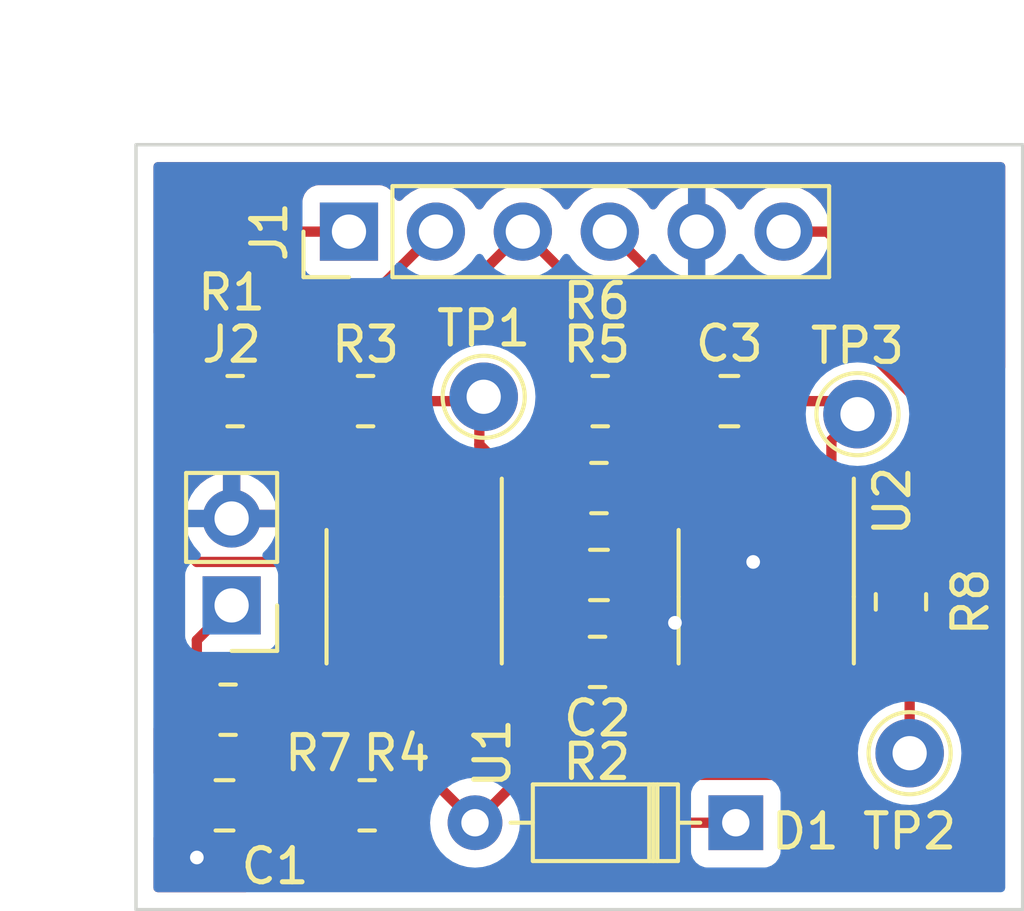
<source format=kicad_pcb>
(kicad_pcb (version 20211014) (generator pcbnew)
  (layers (0 "F.Cu" signal) (31 "B.Cu" signal) (34 "B.Paste" user) (35 "F.Paste" user) (36 "B.SilkS" user "B.Silkscreen") (37 "F.SilkS" user "F.Silkscreen") (38 "B.Mask" user) (39 "F.Mask" user) (44 "Edge.Cuts" user))
  (net 0 "")
  (net 1 "Net-(C1-Pad1)")
  (net 2 "GND")
  (net 3 "Net-(C2-Pad1)")
  (net 4 "/filter out")
  (net 5 "Net-(C3-Pad1)")
  (net 6 "Net-(C3-Pad2)")
  (net 7 "Net-(D1-Pad1)")
  (net 8 "/vco out")
  (net 9 "/filter in")
  (net 10 "/V+")
  (net 11 "/V-")
  (net 12 "/vco in")
  (net 13 "Net-(R1-Pad2)")
  (net 14 "Net-(R3-Pad1)")
  (net 15 "Net-(R3-Pad2)")
  (footprint "Resistor_SMD:R_0805_2012Metric" (layer "F.Cu") (at 140.8195 75.565)
    (fp_text reference "R3" (at 0 -1.65) (layer "F.SilkS"))
    (fp_text value "R")
    (fp_line (start -0.227064 -0.735) (end 0.227064 -0.735) (layer "F.SilkS") (width 0.12))
    (fp_line (start -0.227064 0.735) (end 0.227064 0.735) (layer "F.SilkS") (width 0.12))
    (pad "1" smd roundrect (at -0.9125 0) (size 1.025 1.4) (layers "F.Cu" "F.Paste" "F.Mask") (roundrect_rratio 0.243902439) (net 14 "Net-(R3-Pad1)"))
    (pad "2" smd roundrect (at 0.9125 0) (size 1.025 1.4) (layers "F.Cu" "F.Paste" "F.Mask") (roundrect_rratio 0.243902439) (net 15 "Net-(R3-Pad2)"))
  )
  (footprint "TestPoint:TestPoint_THTPad_D2.0mm_Drill1.0mm" (layer "F.Cu") (at 156.718 85.852)
    (fp_text reference "TP2" (at 0 2.286) (layer "F.SilkS"))
    (fp_text value "BP")
    (fp_circle (center 0 0) (end 0 1.2) (layer "F.SilkS") (width 0.12) (fill none))
    (pad "1" thru_hole circle (at 0 0) (size 2 2) (drill 1) (layers *.Cu *.Mask) (net 4 "/filter out"))
  )
  (footprint "Resistor_SMD:R_0805_2012Metric" (layer "F.Cu") (at 136.8025 84.582 180)
    (fp_text reference "R7" (at -2.6435 -1.27) (layer "F.SilkS"))
    (fp_text value "R")
    (fp_line (start -0.227064 0.735) (end 0.227064 0.735) (layer "F.SilkS") (width 0.12))
    (fp_line (start -0.227064 -0.735) (end 0.227064 -0.735) (layer "F.SilkS") (width 0.12))
    (pad "1" smd roundrect (at -0.9125 0 180) (size 1.025 1.4) (layers "F.Cu" "F.Paste" "F.Mask") (roundrect_rratio 0.243902439) (net 7 "Net-(D1-Pad1)"))
    (pad "2" smd roundrect (at 0.9125 0 180) (size 1.025 1.4) (layers "F.Cu" "F.Paste" "F.Mask") (roundrect_rratio 0.243902439) (net 12 "/vco in"))
  )
  (footprint "Diode_THT:D_DO-35_SOD27_P7.62mm_Horizontal" (layer "F.Cu") (at 151.638 87.884 180)
    (fp_text reference "D1" (at -2.032 -0.254) (layer "F.SilkS"))
    (fp_text value "1N4148")
    (fp_line (start 2.29 -1.12) (end 2.29 1.12) (layer "F.SilkS") (width 0.12))
    (fp_line (start 1.69 1.12) (end 5.93 1.12) (layer "F.SilkS") (width 0.12))
    (fp_line (start 5.93 1.12) (end 5.93 -1.12) (layer "F.SilkS") (width 0.12))
    (fp_line (start 1.04 0) (end 1.69 0) (layer "F.SilkS") (width 0.12))
    (fp_line (start 2.53 -1.12) (end 2.53 1.12) (layer "F.SilkS") (width 0.12))
    (fp_line (start 1.69 -1.12) (end 1.69 1.12) (layer "F.SilkS") (width 0.12))
    (fp_line (start 6.58 0) (end 5.93 0) (layer "F.SilkS") (width 0.12))
    (fp_line (start 5.93 -1.12) (end 1.69 -1.12) (layer "F.SilkS") (width 0.12))
    (fp_line (start 2.41 -1.12) (end 2.41 1.12) (layer "F.SilkS") (width 0.12))
    (pad "1" thru_hole rect (at 0 0 180) (size 1.6 1.6) (drill 0.8) (layers *.Cu *.Mask) (net 7 "Net-(D1-Pad1)"))
    (pad "2" thru_hole oval (at 7.62 0 180) (size 1.6 1.6) (drill 0.8) (layers *.Cu *.Mask) (net 8 "/vco out"))
  )
  (footprint "Resistor_SMD:R_0805_2012Metric" (layer "F.Cu") (at 156.464 81.4305 90)
    (fp_text reference "R8" (at 0 2.032 90) (layer "F.SilkS"))
    (fp_text value "R")
    (fp_line (start -0.227064 0.735) (end 0.227064 0.735) (layer "F.SilkS") (width 0.12))
    (fp_line (start -0.227064 -0.735) (end 0.227064 -0.735) (layer "F.SilkS") (width 0.12))
    (pad "1" smd roundrect (at -0.9125 0 90) (size 1.025 1.4) (layers "F.Cu" "F.Paste" "F.Mask") (roundrect_rratio 0.243902439) (net 4 "/filter out"))
    (pad "2" smd roundrect (at 0.9125 0 90) (size 1.025 1.4) (layers "F.Cu" "F.Paste" "F.Mask") (roundrect_rratio 0.243902439) (net 5 "Net-(C3-Pad1)"))
  )
  (footprint "Package_SO:SOIC-8_3.9x4.9mm_P1.27mm" (layer "F.Cu") (at 142.24 81.28 -90)
    (fp_text reference "U1" (at 4.572 -2.286 90) (layer "F.SilkS"))
    (fp_text value "LM358")
    (fp_line (start 0 -2.56) (end 1.95 -2.56) (layer "F.SilkS") (width 0.12))
    (fp_line (start 0 2.56) (end -1.95 2.56) (layer "F.SilkS") (width 0.12))
    (fp_line (start 0 2.56) (end 1.95 2.56) (layer "F.SilkS") (width 0.12))
    (fp_line (start 0 -2.56) (end -3.45 -2.56) (layer "F.SilkS") (width 0.12))
    (pad "1" smd roundrect (at -2.475 -1.905 270) (size 1.95 0.6) (layers "F.Cu" "F.Paste" "F.Mask") (net 15 "Net-(R3-Pad2)"))
    (pad "2" smd roundrect (at -2.475 -0.635 270) (size 1.95 0.6) (layers "F.Cu" "F.Paste" "F.Mask") (net 14 "Net-(R3-Pad1)"))
    (pad "3" smd roundrect (at -2.475 0.635 270) (size 1.95 0.6) (layers "F.Cu" "F.Paste" "F.Mask") (net 13 "Net-(R1-Pad2)"))
    (pad "4" smd roundrect (at -2.475 1.905 270) (size 1.95 0.6) (layers "F.Cu" "F.Paste" "F.Mask") (net 11 "/V-"))
    (pad "5" smd roundrect (at 2.475 1.905 270) (size 1.95 0.6) (layers "F.Cu" "F.Paste" "F.Mask") (net 1 "Net-(C1-Pad1)"))
    (pad "6" smd roundrect (at 2.475 0.635 270) (size 1.95 0.6) (layers "F.Cu" "F.Paste" "F.Mask") (net 7 "Net-(D1-Pad1)"))
    (pad "7" smd roundrect (at 2.475 -0.635 270) (size 1.95 0.6) (layers "F.Cu" "F.Paste" "F.Mask") (net 8 "/vco out"))
    (pad "8" smd roundrect (at 2.475 -1.905 270) (size 1.95 0.6) (layers "F.Cu" "F.Paste" "F.Mask") (net 10 "/V+"))
  )
  (footprint "Capacitor_SMD:C_0805_2012Metric" (layer "F.Cu") (at 151.45 75.565)
    (fp_text reference "C3" (at 0 -1.68) (layer "F.SilkS"))
    (fp_text value "C")
    (fp_line (start -0.261252 0.735) (end 0.261252 0.735) (layer "F.SilkS") (width 0.12))
    (fp_line (start -0.261252 -0.735) (end 0.261252 -0.735) (layer "F.SilkS") (width 0.12))
    (pad "1" smd roundrect (at -0.95 0) (size 1 1.45) (layers "F.Cu" "F.Paste" "F.Mask") (net 5 "Net-(C3-Pad1)"))
    (pad "2" smd roundrect (at 0.95 0) (size 1 1.45) (layers "F.Cu" "F.Paste" "F.Mask") (net 6 "Net-(C3-Pad2)"))
  )
  (footprint "TestPoint:TestPoint_THTPad_D2.0mm_Drill1.0mm" (layer "F.Cu") (at 155.194 75.946)
    (fp_text reference "TP3" (at 0 -1.998) (layer "F.SilkS"))
    (fp_text value "LP")
    (fp_circle (center 0 0) (end 0 1.2) (layer "F.SilkS") (width 0.12) (fill none))
    (pad "1" thru_hole circle (at 0 0) (size 2 2) (drill 1) (layers *.Cu *.Mask) (net 6 "Net-(C3-Pad2)"))
  )
  (footprint "Resistor_SMD:R_0805_2012Metric" (layer "F.Cu") (at 147.64 78.105)
    (fp_text reference "R5" (at -0.066 -4.191) (layer "F.SilkS"))
    (fp_text value "R")
    (fp_line (start -0.227064 -0.735) (end 0.227064 -0.735) (layer "F.SilkS") (width 0.12))
    (fp_line (start -0.227064 0.735) (end 0.227064 0.735) (layer "F.SilkS") (width 0.12))
    (pad "1" smd roundrect (at -0.9125 0) (size 1.025 1.4) (layers "F.Cu" "F.Paste" "F.Mask") (roundrect_rratio 0.243902439) (net 15 "Net-(R3-Pad2)"))
    (pad "2" smd roundrect (at 0.9125 0) (size 1.025 1.4) (layers "F.Cu" "F.Paste" "F.Mask") (roundrect_rratio 0.243902439) (net 3 "Net-(C2-Pad1)"))
  )
  (footprint "Connector_PinHeader_2.54mm:PinHeader_1x06_P2.54mm_Vertical" (layer "F.Cu") (at 140.335 70.612 90)
    (fp_text reference "J1" (at 0 -2.33 90) (layer "F.SilkS"))
    (fp_text value "Conn_01x06_Male")
    (fp_line (start 1.33 1.27) (end 1.33 14.03) (layer "F.SilkS") (width 0.12))
    (fp_line (start -1.33 1.27) (end -1.33 14.03) (layer "F.SilkS") (width 0.12))
    (fp_line (start -1.33 -1.33) (end 0 -1.33) (layer "F.SilkS") (width 0.12))
    (fp_line (start -1.33 0) (end -1.33 -1.33) (layer "F.SilkS") (width 0.12))
    (fp_line (start -1.33 14.03) (end 1.33 14.03) (layer "F.SilkS") (width 0.12))
    (fp_line (start -1.33 1.27) (end 1.33 1.27) (layer "F.SilkS") (width 0.12))
    (pad "1" thru_hole rect (at 0 0 90) (size 1.7 1.7) (drill 1) (layers *.Cu *.Mask) (net 4 "/filter out"))
    (pad "2" thru_hole oval (at 0 2.54 90) (size 1.7 1.7) (drill 1) (layers *.Cu *.Mask) (net 9 "/filter in"))
    (pad "3" thru_hole oval (at 0 5.08 90) (size 1.7 1.7) (drill 1) (layers *.Cu *.Mask) (net 11 "/V-"))
    (pad "4" thru_hole oval (at 0 7.62 90) (size 1.7 1.7) (drill 1) (layers *.Cu *.Mask) (net 10 "/V+"))
    (pad "5" thru_hole oval (at 0 10.16 90) (size 1.7 1.7) (drill 1) (layers *.Cu *.Mask) (net 2 "GND"))
    (pad "6" thru_hole oval (at 0 12.7 90) (size 1.7 1.7) (drill 1) (layers *.Cu *.Mask) (net 8 "/vco out"))
  )
  (footprint "Resistor_SMD:R_0805_2012Metric" (layer "F.Cu") (at 140.8665 87.376)
    (fp_text reference "R4" (at 0.8655 -1.524) (layer "F.SilkS"))
    (fp_text value "R")
    (fp_line (start -0.227064 -0.735) (end 0.227064 -0.735) (layer "F.SilkS") (width 0.12))
    (fp_line (start -0.227064 0.735) (end 0.227064 0.735) (layer "F.SilkS") (width 0.12))
    (pad "1" smd roundrect (at -0.9125 0) (size 1.025 1.4) (layers "F.Cu" "F.Paste" "F.Mask") (roundrect_rratio 0.243902439) (net 1 "Net-(C1-Pad1)"))
    (pad "2" smd roundrect (at 0.9125 0) (size 1.025 1.4) (layers "F.Cu" "F.Paste" "F.Mask") (roundrect_rratio 0.243902439) (net 8 "/vco out"))
  )
  (footprint "Resistor_SMD:R_0805_2012Metric" (layer "F.Cu") (at 147.6775 75.565)
    (fp_text reference "R6" (at -0.1035 -2.921) (layer "F.SilkS"))
    (fp_text value "R")
    (fp_line (start -0.227064 0.735) (end 0.227064 0.735) (layer "F.SilkS") (width 0.12))
    (fp_line (start -0.227064 -0.735) (end 0.227064 -0.735) (layer "F.SilkS") (width 0.12))
    (pad "1" smd roundrect (at -0.9125 0) (size 1.025 1.4) (layers "F.Cu" "F.Paste" "F.Mask") (roundrect_rratio 0.243902439) (net 14 "Net-(R3-Pad1)"))
    (pad "2" smd roundrect (at 0.9125 0) (size 1.025 1.4) (layers "F.Cu" "F.Paste" "F.Mask") (roundrect_rratio 0.243902439) (net 6 "Net-(C3-Pad2)"))
  )
  (footprint "Capacitor_SMD:C_0805_2012Metric" (layer "F.Cu") (at 147.64 80.645)
    (fp_text reference "C2" (at -0.0425 4.191) (layer "F.SilkS"))
    (fp_text value "C")
    (fp_line (start -0.261252 0.735) (end 0.261252 0.735) (layer "F.SilkS") (width 0.12))
    (fp_line (start -0.261252 -0.735) (end 0.261252 -0.735) (layer "F.SilkS") (width 0.12))
    (pad "1" smd roundrect (at -0.95 0) (size 1 1.45) (layers "F.Cu" "F.Paste" "F.Mask") (net 3 "Net-(C2-Pad1)"))
    (pad "2" smd roundrect (at 0.95 0) (size 1 1.45) (layers "F.Cu" "F.Paste" "F.Mask") (net 4 "/filter out"))
  )
  (footprint "Connector_PinHeader_2.54mm:PinHeader_1x02_P2.54mm_Vertical" (layer "F.Cu") (at 136.906 81.534 180)
    (fp_text reference "J2" (at 0 7.62 180) (layer "F.SilkS"))
    (fp_text value "Conn_01x02_Male")
    (fp_line (start -1.33 -1.33) (end 0 -1.33) (layer "F.SilkS") (width 0.12))
    (fp_line (start -1.33 1.27) (end -1.33 3.87) (layer "F.SilkS") (width 0.12))
    (fp_line (start -1.33 0) (end -1.33 -1.33) (layer "F.SilkS") (width 0.12))
    (fp_line (start -1.33 1.27) (end 1.33 1.27) (layer "F.SilkS") (width 0.12))
    (fp_line (start -1.33 3.87) (end 1.33 3.87) (layer "F.SilkS") (width 0.12))
    (fp_line (start 1.33 1.27) (end 1.33 3.87) (layer "F.SilkS") (width 0.12))
    (pad "1" thru_hole rect (at 0 0 180) (size 1.7 1.7) (drill 1) (layers *.Cu *.Mask) (net 12 "/vco in"))
    (pad "2" thru_hole oval (at 0 2.54 180) (size 1.7 1.7) (drill 1) (layers *.Cu *.Mask) (net 2 "GND"))
  )
  (footprint "Package_SO:SOIC-8_3.9x4.9mm_P1.27mm" (layer "F.Cu") (at 152.527 81.28 -90)
    (fp_text reference "U2" (at -2.794 -3.683 90) (layer "F.SilkS"))
    (fp_text value "LM358")
    (fp_line (start 0 2.56) (end -1.95 2.56) (layer "F.SilkS") (width 0.12))
    (fp_line (start 0 2.56) (end 1.95 2.56) (layer "F.SilkS") (width 0.12))
    (fp_line (start 0 -2.56) (end 1.95 -2.56) (layer "F.SilkS") (width 0.12))
    (fp_line (start 0 -2.56) (end -3.45 -2.56) (layer "F.SilkS") (width 0.12))
    (pad "1" smd roundrect (at -2.475 -1.905 270) (size 1.95 0.6) (layers "F.Cu" "F.Paste" "F.Mask") (net 6 "Net-(C3-Pad2)"))
    (pad "2" smd roundrect (at -2.475 -0.635 270) (size 1.95 0.6) (layers "F.Cu" "F.Paste" "F.Mask") (net 5 "Net-(C3-Pad1)"))
    (pad "3" smd roundrect (at -2.475 0.635 270) (size 1.95 0.6) (layers "F.Cu" "F.Paste" "F.Mask") (net 2 "GND"))
    (pad "4" smd roundrect (at -2.475 1.905 270) (size 1.95 0.6) (layers "F.Cu" "F.Paste" "F.Mask") (net 11 "/V-"))
    (pad "5" smd roundrect (at 2.475 1.905 270) (size 1.95 0.6) (layers "F.Cu" "F.Paste" "F.Mask") (net 2 "GND"))
    (pad "6" smd roundrect (at 2.475 0.635 270) (size 1.95 0.6) (layers "F.Cu" "F.Paste" "F.Mask") (net 3 "Net-(C2-Pad1)"))
    (pad "7" smd roundrect (at 2.475 -0.635 270) (size 1.95 0.6) (layers "F.Cu" "F.Paste" "F.Mask") (net 4 "/filter out"))
    (pad "8" smd roundrect (at 2.475 -1.905 270) (size 1.95 0.6) (layers "F.Cu" "F.Paste" "F.Mask") (net 10 "/V+"))
  )
  (footprint "Capacitor_SMD:C_0805_2012Metric" (layer "F.Cu") (at 136.699 87.376 180)
    (fp_text reference "C1" (at -1.477 -1.778 180) (layer "F.SilkS"))
    (fp_text value "C")
    (fp_line (start -0.261252 -0.735) (end 0.261252 -0.735) (layer "F.SilkS") (width 0.12))
    (fp_line (start -0.261252 0.735) (end 0.261252 0.735) (layer "F.SilkS") (width 0.12))
    (pad "1" smd roundrect (at -0.95 0 180) (size 1 1.45) (layers "F.Cu" "F.Paste" "F.Mask") (net 1 "Net-(C1-Pad1)"))
    (pad "2" smd roundrect (at 0.95 0 180) (size 1 1.45) (layers "F.Cu" "F.Paste" "F.Mask") (net 2 "GND"))
  )
  (footprint "Resistor_SMD:R_0805_2012Metric" (layer "F.Cu") (at 137.0095 75.565)
    (fp_text reference "R1" (at -0.1035 -3.175) (layer "F.SilkS"))
    (fp_text value "R")
    (fp_line (start -0.227064 0.735) (end 0.227064 0.735) (layer "F.SilkS") (width 0.12))
    (fp_line (start -0.227064 -0.735) (end 0.227064 -0.735) (layer "F.SilkS") (width 0.12))
    (pad "1" smd roundrect (at -0.9125 0) (size 1.025 1.4) (layers "F.Cu" "F.Paste" "F.Mask") (roundrect_rratio 0.243902439) (net 9 "/filter in"))
    (pad "2" smd roundrect (at 0.9125 0) (size 1.025 1.4) (layers "F.Cu" "F.Paste" "F.Mask") (roundrect_rratio 0.243902439) (net 13 "Net-(R1-Pad2)"))
  )
  (footprint "Resistor_SMD:R_0805_2012Metric" (layer "F.Cu") (at 147.5975 83.185)
    (fp_text reference "R2" (at -0.0235 2.921) (layer "F.SilkS"))
    (fp_text value "R")
    (fp_line (start -0.227064 -0.735) (end 0.227064 -0.735) (layer "F.SilkS") (width 0.12))
    (fp_line (start -0.227064 0.735) (end 0.227064 0.735) (layer "F.SilkS") (width 0.12))
    (pad "1" smd roundrect (at -0.9125 0) (size 1.025 1.4) (layers "F.Cu" "F.Paste" "F.Mask") (roundrect_rratio 0.243902439) (net 13 "Net-(R1-Pad2)"))
    (pad "2" smd roundrect (at 0.9125 0) (size 1.025 1.4) (layers "F.Cu" "F.Paste" "F.Mask") (roundrect_rratio 0.243902439) (net 4 "/filter out"))
  )
  (footprint "TestPoint:TestPoint_THTPad_D2.0mm_Drill1.0mm" (layer "F.Cu") (at 144.272 75.438)
    (fp_text reference "TP1" (at 0 -1.998) (layer "F.SilkS"))
    (fp_text value "HP")
    (fp_circle (center 0 0) (end 0 1.2) (layer "F.SilkS") (width 0.12) (fill none))
    (pad "1" thru_hole circle (at 0 0) (size 2 2) (drill 1) (layers *.Cu *.Mask) (net 15 "Net-(R3-Pad2)"))
  )
  (gr_rect (start 134.112 90.424) (end 160.02 68.072) (layer "Edge.Cuts") (width 0.1) (fill none))
  (segment (start 140.335 83.755) (end 140.335 86.995) (width 0.3) (layer "F.Cu") (net 1))
  (segment (start 137.649 87.376) (end 139.954 87.376) (width 0.3) (layer "F.Cu") (net 1))
  (segment (start 140.335 86.995) (end 139.954 87.376) (width 0.3) (layer "F.Cu") (net 1))
  (segment (start 150.622 82.804) (end 150.622 83.755) (width 0.3) (layer "F.Cu") (net 2))
  (segment (start 135.89 88.646) (end 135.89 88.9) (width 0.3) (layer "F.Cu") (net 2))
  (segment (start 151.892 80.01) (end 152.146 80.264) (width 0.3) (layer "F.Cu") (net 2))
  (segment (start 151.892 78.805) (end 151.892 80.01) (width 0.3) (layer "F.Cu") (net 2))
  (segment (start 135.749 88.505) (end 135.89 88.646) (width 0.3) (layer "F.Cu") (net 2))
  (segment (start 135.749 87.376) (end 135.749 88.505) (width 0.3) (layer "F.Cu") (net 2))
  (segment (start 149.86 82.042) (end 150.622 82.804) (width 0.3) (layer "F.Cu") (net 2))
  (via (at 135.89 88.9) (size 0.8) (drill 0.4) (layers "F.Cu" "B.Cu") (net 2))
  (via (at 149.86 82.042) (size 0.8) (drill 0.4) (layers "F.Cu" "B.Cu") (net 2))
  (via (at 152.146 80.264) (size 0.8) (drill 0.4) (layers "F.Cu" "B.Cu") (net 2))
  (segment (start 149.733 79.2855) (end 148.5525 78.105) (width 0.3) (layer "F.Cu") (net 3))
  (segment (start 146.69 80.645) (end 146.69 80.259) (width 0.3) (layer "F.Cu") (net 3))
  (segment (start 149.733 80.406818) (end 149.733 79.2855) (width 0.3) (layer "F.Cu") (net 3))
  (segment (start 146.69 80.259) (end 148.5525 78.3965) (width 0.3) (layer "F.Cu") (net 3))
  (segment (start 151.892 82.565818) (end 149.733 80.406818) (width 0.3) (layer "F.Cu") (net 3))
  (segment (start 151.892 83.755) (end 151.892 82.565818) (width 0.3) (layer "F.Cu") (net 3))
  (segment (start 148.5525 78.3965) (end 148.5525 78.105) (width 0.3) (layer "F.Cu") (net 3))
  (segment (start 145.288 83.693) (end 145.288 82.931) (width 0.3) (layer "F.Cu") (net 4))
  (segment (start 135.89 80.264) (end 135.001 79.375) (width 0.3) (layer "F.Cu") (net 4))
  (segment (start 150.244183 85.13) (end 146.725 85.13) (width 0.3) (layer "F.Cu") (net 4))
  (segment (start 148.59 83.105) (end 148.51 83.185) (width 0.3) (layer "F.Cu") (net 4))
  (segment (start 142.113 82.042) (end 140.335 80.264) (width 0.3) (layer "F.Cu") (net 4))
  (segment (start 148.59 80.645) (end 148.59 83.105) (width 0.3) (layer "F.Cu") (net 4))
  (segment (start 156.464 82.343) (end 156.718 82.597) (width 0.3) (layer "F.Cu") (net 4))
  (segment (start 152.269817 85.13) (end 150.244183 85.13) (width 0.3) (layer "F.Cu") (net 4))
  (segment (start 153.162 83.755) (end 153.162 84.237817) (width 0.3) (layer "F.Cu") (net 4))
  (segment (start 153.162 83.272183) (end 153.162 83.755) (width 0.3) (layer "F.Cu") (net 4))
  (segment (start 154.091183 82.343) (end 153.162 83.272183) (width 0.3) (layer "F.Cu") (net 4))
  (segment (start 144.399 82.042) (end 142.113 82.042) (width 0.3) (layer "F.Cu") (net 4))
  (segment (start 148.51 83.395817) (end 148.51 83.185) (width 0.3) (layer "F.Cu") (net 4))
  (segment (start 140.335 80.264) (end 135.89 80.264) (width 0.3) (layer "F.Cu") (net 4))
  (segment (start 156.718 82.597) (end 156.718 85.852) (width 0.3) (layer "F.Cu") (net 4))
  (segment (start 135.001 79.375) (end 135.001 74.422) (width 0.3) (layer "F.Cu") (net 4))
  (segment (start 153.162 84.237817) (end 152.269817 85.13) (width 0.3) (layer "F.Cu") (net 4))
  (segment (start 150.244183 85.13) (end 148.51 83.395817) (width 0.3) (layer "F.Cu") (net 4))
  (segment (start 138.811 70.612) (end 140.335 70.612) (width 0.3) (layer "F.Cu") (net 4))
  (segment (start 156.464 82.343) (end 154.091183 82.343) (width 0.3) (layer "F.Cu") (net 4))
  (segment (start 146.725 85.13) (end 145.288 83.693) (width 0.3) (layer "F.Cu") (net 4))
  (segment (start 135.001 74.422) (end 138.811 70.612) (width 0.3) (layer "F.Cu") (net 4))
  (segment (start 145.288 82.931) (end 144.399 82.042) (width 0.3) (layer "F.Cu") (net 4))
  (segment (start 152.4 76.962) (end 153.162 77.724) (width 0.3) (layer "F.Cu") (net 5))
  (segment (start 150.5 75.565) (end 151.897 76.962) (width 0.3) (layer "F.Cu") (net 5))
  (segment (start 151.897 76.962) (end 152.4 76.962) (width 0.3) (layer "F.Cu") (net 5))
  (segment (start 154.392183 80.518) (end 153.162 79.287817) (width 0.3) (layer "F.Cu") (net 5))
  (segment (start 153.162 79.287817) (end 153.162 78.805) (width 0.3) (layer "F.Cu") (net 5))
  (segment (start 153.162 77.724) (end 153.162 78.805) (width 0.3) (layer "F.Cu") (net 5))
  (segment (start 156.464 80.518) (end 154.392183 80.518) (width 0.3) (layer "F.Cu") (net 5))
  (segment (start 148.59 75.565) (end 149.987 74.168) (width 0.3) (layer "F.Cu") (net 6))
  (segment (start 149.987 74.168) (end 151.003 74.168) (width 0.3) (layer "F.Cu") (net 6))
  (segment (start 154.813 75.565) (end 155.194 75.946) (width 0.3) (layer "F.Cu") (net 6))
  (segment (start 151.003 74.168) (end 152.4 75.565) (width 0.3) (layer "F.Cu") (net 6))
  (segment (start 154.432 76.708) (end 155.194 75.946) (width 0.3) (layer "F.Cu") (net 6))
  (segment (start 152.4 75.565) (end 154.813 75.565) (width 0.3) (layer "F.Cu") (net 6))
  (segment (start 154.432 78.805) (end 154.432 76.708) (width 0.3) (layer "F.Cu") (net 6))
  (segment (start 145.034 89.408) (end 138.036761 89.408) (width 0.3) (layer "F.Cu") (net 7))
  (segment (start 139.827 82.169) (end 137.715 84.281) (width 0.3) (layer "F.Cu") (net 7))
  (segment (start 151.638 87.884) (end 146.558 87.884) (width 0.3) (layer "F.Cu") (net 7))
  (segment (start 136.652 88.023239) (end 136.652 85.645) (width 0.3) (layer "F.Cu") (net 7))
  (segment (start 141.605 82.804) (end 140.97 82.169) (width 0.3) (layer "F.Cu") (net 7))
  (segment (start 140.97 82.169) (end 139.827 82.169) (width 0.3) (layer "F.Cu") (net 7))
  (segment (start 138.036761 89.408) (end 136.652 88.023239) (width 0.3) (layer "F.Cu") (net 7))
  (segment (start 141.605 83.755) (end 141.605 82.804) (width 0.3) (layer "F.Cu") (net 7))
  (segment (start 136.652 85.645) (end 137.715 84.582) (width 0.3) (layer "F.Cu") (net 7))
  (segment (start 137.715 84.281) (end 137.715 84.582) (width 0.3) (layer "F.Cu") (net 7))
  (segment (start 146.558 87.884) (end 145.034 89.408) (width 0.3) (layer "F.Cu") (net 7))
  (segment (start 142.9385 86.8045) (end 142.6845 86.5505) (width 0.3) (layer "F.Cu") (net 8))
  (segment (start 144.018 87.884) (end 145.415 86.487) (width 0.3) (layer "F.Cu") (net 8))
  (segment (start 142.875 86.741) (end 142.875 85.979) (width 0.3) (layer "F.Cu") (net 8))
  (segment (start 142.875 83.755) (end 142.875 85.979) (width 0.3) (layer "F.Cu") (net 8))
  (segment (start 145.415 86.487) (end 153.035 86.487) (width 0.3) (layer "F.Cu") (net 8))
  (segment (start 142.6845 86.5505) (end 142.3035 86.5505) (width 0.3) (layer "F.Cu") (net 8))
  (segment (start 154.305 70.612) (end 153.035 70.612) (width 0.3) (layer "F.Cu") (net 8))
  (segment (start 159.131 75.438) (end 154.305 70.612) (width 0.3) (layer "F.Cu") (net 8))
  (segment (start 158.115 88.392) (end 159.131 87.376) (width 0.3) (layer "F.Cu") (net 8))
  (segment (start 153.035 86.487) (end 154.94 88.392) (width 0.3) (layer "F.Cu") (net 8))
  (segment (start 142.6845 86.1695) (end 142.875 85.979) (width 0.3) (layer "F.Cu") (net 8))
  (segment (start 142.6845 86.1695) (end 142.6845 86.5505) (width 0.3) (layer "F.Cu") (net 8))
  (segment (start 144.018 87.884) (end 142.9385 86.8045) (width 0.3) (layer "F.Cu") (net 8))
  (segment (start 141.779 87.075) (end 142.3035 86.5505) (width 0.3) (layer "F.Cu") (net 8))
  (segment (start 142.3035 86.5505) (end 142.6845 86.1695) (width 0.3) (layer "F.Cu") (net 8))
  (segment (start 142.9385 86.8045) (end 142.875 86.741) (width 0.3) (layer "F.Cu") (net 8))
  (segment (start 159.131 87.376) (end 159.131 75.438) (width 0.3) (layer "F.Cu") (net 8))
  (segment (start 154.94 88.392) (end 158.115 88.392) (width 0.3) (layer "F.Cu") (net 8))
  (segment (start 141.779 87.376) (end 141.779 87.075) (width 0.3) (layer "F.Cu") (net 8))
  (segment (start 141.139 72.348) (end 142.875 70.612) (width 0.3) (layer "F.Cu") (net 9))
  (segment (start 138.218 72.348) (end 141.139 72.348) (width 0.3) (layer "F.Cu") (net 9))
  (segment (start 136.097 74.469) (end 138.218 72.348) (width 0.3) (layer "F.Cu") (net 9))
  (segment (start 136.097 75.565) (end 136.097 74.469) (width 0.3) (layer "F.Cu") (net 9))
  (segment (start 153.289 85.598) (end 153.2255 85.5345) (width 0.3) (layer "F.Cu") (net 10))
  (segment (start 155.448 87.63) (end 157.734 87.63) (width 0.3) (layer "F.Cu") (net 10))
  (segment (start 157.734 87.63) (end 158.496 86.868) (width 0.3) (layer "F.Cu") (net 10))
  (segment (start 144.145 83.755) (end 146.242 85.852) (width 0.3) (layer "F.Cu") (net 10))
  (segment (start 153.289 85.852) (end 153.289 85.598) (width 0.3) (layer "F.Cu") (net 10))
  (segment (start 153.08 85.68) (end 153.2255 85.5345) (width 0.3) (layer "F.Cu") (net 10))
  (segment (start 152.654 85.852) (end 153.289 85.852) (width 0.3) (layer "F.Cu") (net 10))
  (segment (start 154.432 84.328) (end 154.432 83.755) (width 0.3) (layer "F.Cu") (net 10))
  (segment (start 153.498 85.68) (end 153.498 85.262) (width 0.3) (layer "F.Cu") (net 10))
  (segment (start 153.543 85.217) (end 154.432 84.328) (width 0.3) (layer "F.Cu") (net 10))
  (segment (start 153.498 85.68) (end 155.448 87.63) (width 0.3) (layer "F.Cu") (net 10))
  (segment (start 158.496 86.868) (end 158.496 75.946) (width 0.3) (layer "F.Cu") (net 10))
  (segment (start 149.86 72.517) (end 147.955 70.612) (width 0.3) (layer "F.Cu") (net 10))
  (segment (start 146.242 85.852) (end 152.908 85.852) (width 0.3) (layer "F.Cu") (net 10))
  (segment (start 153.498 85.262) (end 153.543 85.217) (width 0.3) (layer "F.Cu") (net 10))
  (segment (start 152.908 85.852) (end 153.08 85.68) (width 0.3) (layer "F.Cu") (net 10))
  (segment (start 153.2255 85.5345) (end 153.543 85.217) (width 0.3) (layer "F.Cu") (net 10))
  (segment (start 155.067 72.517) (end 149.86 72.517) (width 0.3) (layer "F.Cu") (net 10))
  (segment (start 158.496 75.946) (end 155.067 72.517) (width 0.3) (layer "F.Cu") (net 10))
  (segment (start 153.289 85.852) (end 153.67 85.852) (width 0.3) (layer "F.Cu") (net 10))
  (segment (start 150.622 78.805) (end 150.622 80.264) (width 0.3) (layer "F.Cu") (net 11))
  (segment (start 154.813 73.406) (end 148.209 73.406) (width 0.3) (layer "F.Cu") (net 11))
  (segment (start 151.7885 81.4305) (end 157.3295 81.4305) (width 0.3) (layer "F.Cu") (net 11))
  (segment (start 143.002 73.025) (end 145.415 70.612) (width 0.3) (layer "F.Cu") (net 11))
  (segment (start 157.3295 81.4305) (end 157.734 81.026) (width 0.3) (layer "F.Cu") (net 11))
  (segment (start 140.335 78.805) (end 139.530261 78.805) (width 0.3) (layer "F.Cu") (net 11))
  (segment (start 138.811 73.025) (end 143.002 73.025) (width 0.3) (layer "F.Cu") (net 11))
  (segment (start 137.0095 74.8265) (end 138.811 73.025) (width 0.3) (layer "F.Cu") (net 11))
  (segment (start 157.734 76.327) (end 154.813 73.406) (width 0.3) (layer "F.Cu") (net 11))
  (segment (start 137.0095 76.284239) (end 137.0095 74.8265) (width 0.3) (layer "F.Cu") (net 11))
  (segment (start 150.622 80.264) (end 151.7885 81.4305) (width 0.3) (layer "F.Cu") (net 11))
  (segment (start 139.530261 78.805) (end 137.0095 76.284239) (width 0.3) (layer "F.Cu") (net 11))
  (segment (start 148.209 73.406) (end 145.415 70.612) (width 0.3) (layer "F.Cu") (net 11))
  (segment (start 157.734 81.026) (end 157.734 76.327) (width 0.3) (layer "F.Cu") (net 11))
  (segment (start 135.89 82.55) (end 136.906 81.534) (width 0.3) (layer "F.Cu") (net 12))
  (segment (start 135.89 84.582) (end 135.89 82.55) (width 0.3) (layer "F.Cu") (net 12))
  (segment (start 141.605 78.805) (end 141.605 78.322183) (width 0.3) (layer "F.Cu") (net 13))
  (segment (start 141.605 78.322183) (end 140.244817 76.962) (width 0.3) (layer "F.Cu") (net 13))
  (segment (start 144.78 81.28) (end 143.002 81.28) (width 0.3) (layer "F.Cu") (net 13))
  (segment (start 141.605 79.883) (end 141.605 78.805) (width 0.3) (layer "F.Cu") (net 13))
  (segment (start 143.002 81.28) (end 141.605 79.883) (width 0.3) (layer "F.Cu") (net 13))
  (segment (start 146.685 83.185) (end 144.78 81.28) (width 0.3) (layer "F.Cu") (net 13))
  (segment (start 139.319 76.962) (end 137.922 75.565) (width 0.3) (layer "F.Cu") (net 13))
  (segment (start 140.244817 76.962) (end 139.319 76.962) (width 0.3) (layer "F.Cu") (net 13))
  (segment (start 146.765 75.565) (end 146.765 75.01) (width 0.3) (layer "F.Cu") (net 14))
  (segment (start 141.05 76.708) (end 141.732 76.708) (width 0.3) (layer "F.Cu") (net 14))
  (segment (start 139.907 75.565) (end 141.05 76.708) (width 0.3) (layer "F.Cu") (net 14))
  (segment (start 145.415 73.66) (end 141.812 73.66) (width 0.3) (layer "F.Cu") (net 14))
  (segment (start 141.732 76.708) (end 142.875 77.851) (width 0.3) (layer "F.Cu") (net 14))
  (segment (start 141.812 73.66) (end 139.907 75.565) (width 0.3) (layer "F.Cu") (net 14))
  (segment (start 142.875 77.851) (end 142.875 78.805) (width 0.3) (layer "F.Cu") (net 14))
  (segment (start 146.765 75.01) (end 145.415 73.66) (width 0.3) (layer "F.Cu") (net 14))
  (segment (start 145.415 78.105) (end 144.526 77.216) (width 0.3) (layer "F.Cu") (net 15))
  (segment (start 144.145 75.565) (end 144.272 75.438) (width 0.3) (layer "F.Cu") (net 15))
  (segment (start 144.399 77.343) (end 144.145 77.597) (width 0.3) (layer "F.Cu") (net 15))
  (segment (start 144.145 77.089) (end 144.145 76.835) (width 0.3) (layer "F.Cu") (net 15))
  (segment (start 144.145 76.835) (end 144.145 75.311) (width 0.3) (layer "F.Cu") (net 15))
  (segment (start 141.732 75.565) (end 144.145 75.565) (width 0.3) (layer "F.Cu") (net 15))
  (segment (start 144.145 78.805) (end 144.145 77.597) (width 0.3) (layer "F.Cu") (net 15))
  (segment (start 144.653 77.343) (end 144.399 77.343) (width 0.3) (layer "F.Cu") (net 15))
  (segment (start 144.526 77.216) (end 144.272 77.216) (width 0.3) (layer "F.Cu") (net 15))
  (segment (start 144.526 77.216) (end 144.145 76.835) (width 0.3) (layer "F.Cu") (net 15))
  (segment (start 144.145 77.597) (end 144.145 77.089) (width 0.3) (layer "F.Cu") (net 15))
  (segment (start 146.7275 78.105) (end 145.415 78.105) (width 0.3) (layer "F.Cu") (net 15))
  (zone (net 2) (net_name "GND") (layers F&B.Cu) (connect_pads (clearance 0.508)) (min_thickness 0.254) (fill yes (thermal_gap 0.508) (thermal_bridge_width 0.508))
    (polygon (pts (xy 160.02 90.424) (xy 134.112 90.424) (xy 134.112 68.072) (xy 160.02 68.072)))
  )
)
</source>
